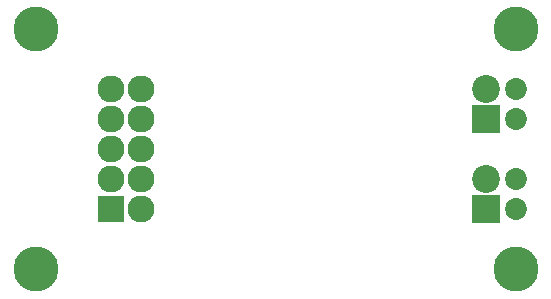
<source format=gbs>
G04 (created by PCBNEW-RS274X (2011-07-19)-testing) date Tue 10 Jan 2012 02:34:43 PM PST*
G01*
G70*
G90*
%MOIN*%
G04 Gerber Fmt 3.4, Leading zero omitted, Abs format*
%FSLAX34Y34*%
G04 APERTURE LIST*
%ADD10C,0.006000*%
%ADD11C,0.150000*%
%ADD12C,0.093000*%
%ADD13R,0.093000X0.093000*%
%ADD14C,0.073000*%
%ADD15R,0.090000X0.090000*%
%ADD16C,0.090000*%
G04 APERTURE END LIST*
G54D10*
G54D11*
X67000Y-21000D03*
X51000Y-21000D03*
X67000Y-29000D03*
X51000Y-29000D03*
G54D12*
X66000Y-23000D03*
G54D13*
X66000Y-24000D03*
G54D14*
X67000Y-24000D03*
X67000Y-23000D03*
G54D12*
X66000Y-26000D03*
G54D13*
X66000Y-27000D03*
G54D14*
X67000Y-27000D03*
X67000Y-26000D03*
G54D15*
X53500Y-27000D03*
G54D16*
X54500Y-27000D03*
X53500Y-26000D03*
X54500Y-26000D03*
X53500Y-25000D03*
X54500Y-25000D03*
X53500Y-24000D03*
X54500Y-24000D03*
X53500Y-23000D03*
X54500Y-23000D03*
M02*

</source>
